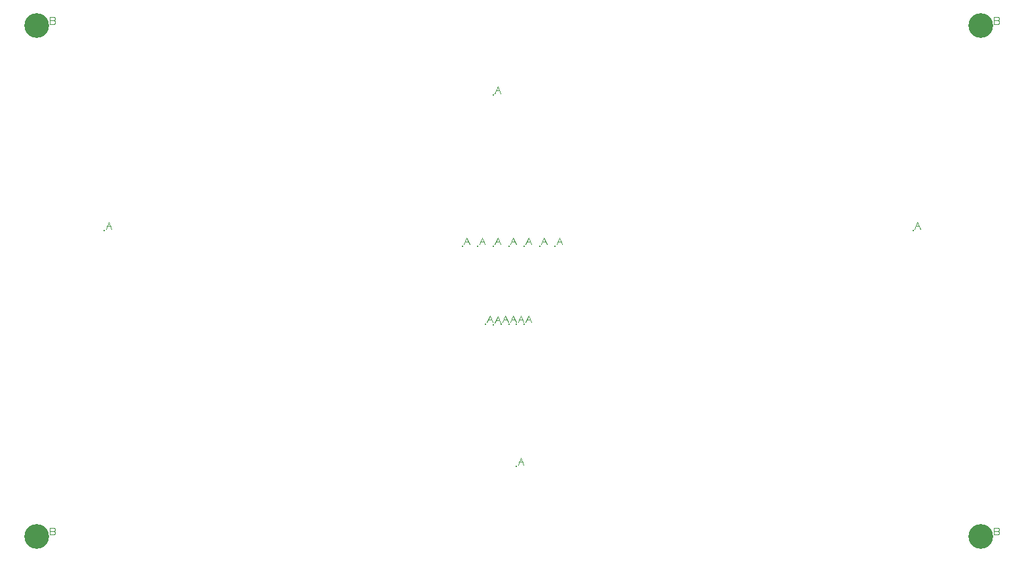
<source format=gbr>
G04 GENERATED BY PULSONIX 7.0 GERBER.DLL 4573*
%INHILLSTAR_100X50_EL_4LAYER_V1_0*%
%LNGERBER_DRILL*%
%FSLAX33Y33*%
%IPPOS*%
%LPD*%
%OFA0B0*%
%MOMM*%
%ADD10C,0.250*%
%ADD21C,0.125*%
%ADD106C,3.200*%
X0Y0D02*
D02*
D10*
X74784Y134900D03*
X121034Y132900D03*
X123034D03*
X124034Y122825D03*
X125034Y122725D03*
Y132900D03*
Y152400D03*
X126034Y122815D03*
X127034Y122825D03*
Y132900D03*
X128034Y104400D03*
Y122815D03*
X129034D03*
Y132900D03*
X131034D03*
X133034D03*
X179284Y134900D03*
D02*
D21*
X68211Y96062D02*
X68358Y95988D01*
X68432Y95841*
X68358Y95694*
X68211Y95621*
X67696*
Y96503*
X68211*
X68358Y96429*
X68432Y96282*
X68358Y96135*
X68211Y96062*
X67696*
X68211Y162062D02*
X68358Y161988D01*
X68432Y161841*
X68358Y161694*
X68211Y161621*
X67696*
Y162503*
X68211*
X68358Y162429*
X68432Y162282*
X68358Y162135*
X68211Y162062*
X67696*
X74971Y135121D02*
X75339Y136003D01*
X75707Y135121*
X75118Y135488D02*
X75559Y135488D01*
X121221Y133121D02*
X121589Y134003D01*
X121957Y133121*
X121368Y133488D02*
X121809Y133488D01*
X123221Y133121D02*
X123589Y134003D01*
X123957Y133121*
X123368Y133488D02*
X123809Y133488D01*
X124221Y123046D02*
X124589Y123928D01*
X124957Y123046*
X124368Y123413D02*
X124809Y123413D01*
X125221Y122946D02*
X125589Y123828D01*
X125957Y122946*
X125368Y123313D02*
X125809Y123313D01*
X125221Y133121D02*
X125589Y134003D01*
X125957Y133121*
X125368Y133488D02*
X125809Y133488D01*
X125221Y152621D02*
X125589Y153503D01*
X125957Y152621*
X125368Y152988D02*
X125809Y152988D01*
X126221Y123036D02*
X126589Y123918D01*
X126957Y123036*
X126368Y123403D02*
X126809Y123403D01*
X127221Y123046D02*
X127589Y123928D01*
X127957Y123046*
X127368Y123413D02*
X127809Y123413D01*
X127221Y133121D02*
X127589Y134003D01*
X127957Y133121*
X127368Y133488D02*
X127809Y133488D01*
X128221Y104621D02*
X128589Y105503D01*
X128957Y104621*
X128368Y104988D02*
X128809Y104988D01*
X128221Y123036D02*
X128589Y123918D01*
X128957Y123036*
X128368Y123403D02*
X128809Y123403D01*
X129221Y123036D02*
X129589Y123918D01*
X129957Y123036*
X129368Y123403D02*
X129809Y123403D01*
X129221Y133121D02*
X129589Y134003D01*
X129957Y133121*
X129368Y133488D02*
X129809Y133488D01*
X131221Y133121D02*
X131589Y134003D01*
X131957Y133121*
X131368Y133488D02*
X131809Y133488D01*
X133221Y133121D02*
X133589Y134003D01*
X133957Y133121*
X133368Y133488D02*
X133809Y133488D01*
X179471Y135121D02*
X179839Y136003D01*
X180207Y135121*
X179618Y135488D02*
X180059Y135488D01*
X190211Y96062D02*
X190358Y95988D01*
X190432Y95841*
X190358Y95694*
X190211Y95621*
X189696*
Y96503*
X190211*
X190358Y96429*
X190432Y96282*
X190358Y96135*
X190211Y96062*
X189696*
X190211Y162062D02*
X190358Y161988D01*
X190432Y161841*
X190358Y161694*
X190211Y161621*
X189696*
Y162503*
X190211*
X190358Y162429*
X190432Y162282*
X190358Y162135*
X190211Y162062*
X189696*
D02*
D106*
X66034Y95400D03*
Y161400D03*
X188034Y95400D03*
Y161400D03*
X0Y0D02*
M02*

</source>
